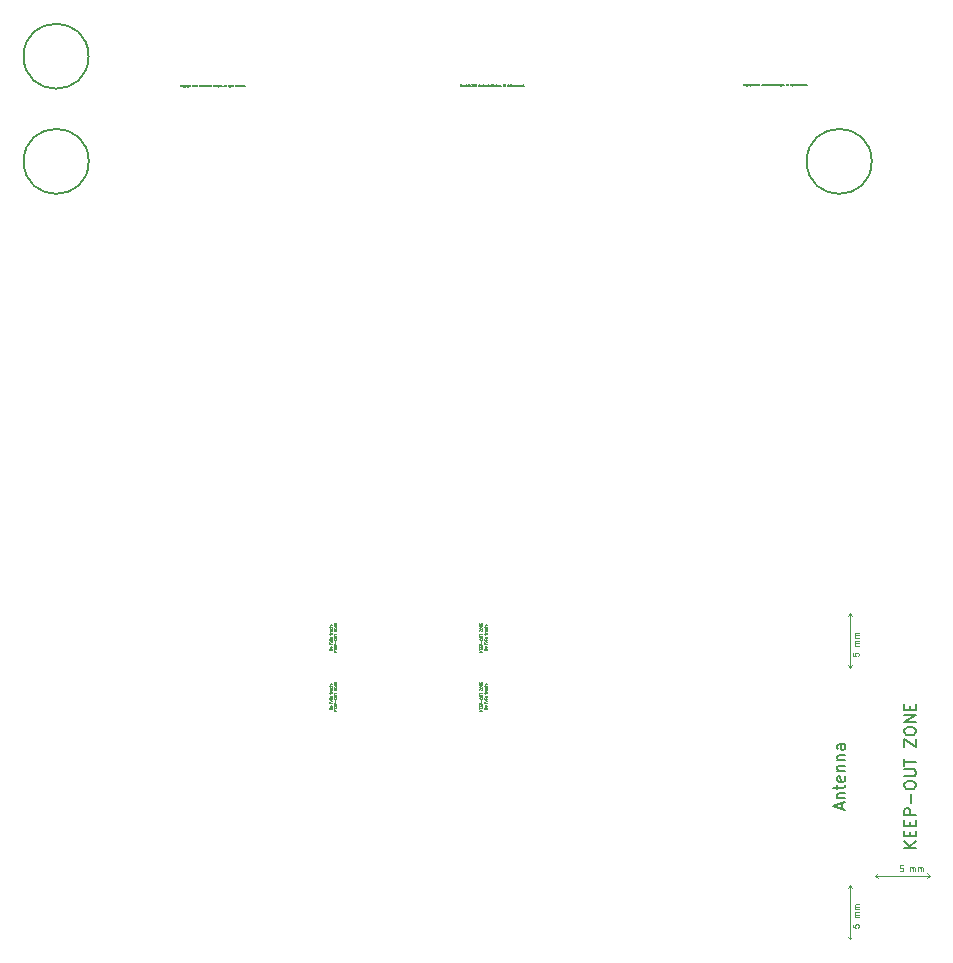
<source format=gbr>
G04 #@! TF.GenerationSoftware,KiCad,Pcbnew,(6.0.4)*
G04 #@! TF.CreationDate,2022-06-04T02:19:53+02:00*
G04 #@! TF.ProjectId,hamodule,68616d6f-6475-46c6-952e-6b696361645f,rev?*
G04 #@! TF.SameCoordinates,Original*
G04 #@! TF.FileFunction,Other,Comment*
%FSLAX46Y46*%
G04 Gerber Fmt 4.6, Leading zero omitted, Abs format (unit mm)*
G04 Created by KiCad (PCBNEW (6.0.4)) date 2022-06-04 02:19:53*
%MOMM*%
%LPD*%
G01*
G04 APERTURE LIST*
%ADD10C,0.002000*%
%ADD11C,0.030000*%
%ADD12C,0.100000*%
%ADD13C,0.150000*%
G04 APERTURE END LIST*
D10*
X166500666Y-78998857D02*
X166494619Y-79004904D01*
X166476476Y-79010952D01*
X166464380Y-79010952D01*
X166446238Y-79004904D01*
X166434142Y-78992809D01*
X166428095Y-78980714D01*
X166422047Y-78956523D01*
X166422047Y-78938380D01*
X166428095Y-78914190D01*
X166434142Y-78902095D01*
X166446238Y-78890000D01*
X166464380Y-78883952D01*
X166476476Y-78883952D01*
X166494619Y-78890000D01*
X166500666Y-78896047D01*
X166573238Y-79010952D02*
X166561142Y-79004904D01*
X166555095Y-78998857D01*
X166549047Y-78986761D01*
X166549047Y-78950476D01*
X166555095Y-78938380D01*
X166561142Y-78932333D01*
X166573238Y-78926285D01*
X166591380Y-78926285D01*
X166603476Y-78932333D01*
X166609523Y-78938380D01*
X166615571Y-78950476D01*
X166615571Y-78986761D01*
X166609523Y-78998857D01*
X166603476Y-79004904D01*
X166591380Y-79010952D01*
X166573238Y-79010952D01*
X166670000Y-78926285D02*
X166670000Y-79053285D01*
X166670000Y-78932333D02*
X166682095Y-78926285D01*
X166706285Y-78926285D01*
X166718380Y-78932333D01*
X166724428Y-78938380D01*
X166730476Y-78950476D01*
X166730476Y-78986761D01*
X166724428Y-78998857D01*
X166718380Y-79004904D01*
X166706285Y-79010952D01*
X166682095Y-79010952D01*
X166670000Y-79004904D01*
X166772809Y-78926285D02*
X166803047Y-79010952D01*
X166833285Y-78926285D02*
X166803047Y-79010952D01*
X166790952Y-79041190D01*
X166784904Y-79047238D01*
X166772809Y-79053285D01*
X166881666Y-79010952D02*
X166881666Y-78926285D01*
X166881666Y-78950476D02*
X166887714Y-78938380D01*
X166893761Y-78932333D01*
X166905857Y-78926285D01*
X166917952Y-78926285D01*
X166960285Y-79010952D02*
X166960285Y-78926285D01*
X166960285Y-78883952D02*
X166954238Y-78890000D01*
X166960285Y-78896047D01*
X166966333Y-78890000D01*
X166960285Y-78883952D01*
X166960285Y-78896047D01*
X167075190Y-78926285D02*
X167075190Y-79029095D01*
X167069142Y-79041190D01*
X167063095Y-79047238D01*
X167051000Y-79053285D01*
X167032857Y-79053285D01*
X167020761Y-79047238D01*
X167075190Y-79004904D02*
X167063095Y-79010952D01*
X167038904Y-79010952D01*
X167026809Y-79004904D01*
X167020761Y-78998857D01*
X167014714Y-78986761D01*
X167014714Y-78950476D01*
X167020761Y-78938380D01*
X167026809Y-78932333D01*
X167038904Y-78926285D01*
X167063095Y-78926285D01*
X167075190Y-78932333D01*
X167135666Y-79010952D02*
X167135666Y-78883952D01*
X167190095Y-79010952D02*
X167190095Y-78944428D01*
X167184047Y-78932333D01*
X167171952Y-78926285D01*
X167153809Y-78926285D01*
X167141714Y-78932333D01*
X167135666Y-78938380D01*
X167232428Y-78926285D02*
X167280809Y-78926285D01*
X167250571Y-78883952D02*
X167250571Y-78992809D01*
X167256619Y-79004904D01*
X167268714Y-79010952D01*
X167280809Y-79010952D01*
X167413857Y-78896047D02*
X167419904Y-78890000D01*
X167432000Y-78883952D01*
X167462238Y-78883952D01*
X167474333Y-78890000D01*
X167480380Y-78896047D01*
X167486428Y-78908142D01*
X167486428Y-78920238D01*
X167480380Y-78938380D01*
X167407809Y-79010952D01*
X167486428Y-79010952D01*
X167565047Y-78883952D02*
X167577142Y-78883952D01*
X167589238Y-78890000D01*
X167595285Y-78896047D01*
X167601333Y-78908142D01*
X167607380Y-78932333D01*
X167607380Y-78962571D01*
X167601333Y-78986761D01*
X167595285Y-78998857D01*
X167589238Y-79004904D01*
X167577142Y-79010952D01*
X167565047Y-79010952D01*
X167552952Y-79004904D01*
X167546904Y-78998857D01*
X167540857Y-78986761D01*
X167534809Y-78962571D01*
X167534809Y-78932333D01*
X167540857Y-78908142D01*
X167546904Y-78896047D01*
X167552952Y-78890000D01*
X167565047Y-78883952D01*
X167655761Y-78896047D02*
X167661809Y-78890000D01*
X167673904Y-78883952D01*
X167704142Y-78883952D01*
X167716238Y-78890000D01*
X167722285Y-78896047D01*
X167728333Y-78908142D01*
X167728333Y-78920238D01*
X167722285Y-78938380D01*
X167649714Y-79010952D01*
X167728333Y-79010952D01*
X167849285Y-79010952D02*
X167776714Y-79010952D01*
X167813000Y-79010952D02*
X167813000Y-78883952D01*
X167800904Y-78902095D01*
X167788809Y-78914190D01*
X167776714Y-78920238D01*
X167994428Y-78974666D02*
X168054904Y-78974666D01*
X167982333Y-79010952D02*
X168024666Y-78883952D01*
X168067000Y-79010952D01*
X168163761Y-79004904D02*
X168151666Y-79010952D01*
X168127476Y-79010952D01*
X168115380Y-79004904D01*
X168109333Y-78998857D01*
X168103285Y-78986761D01*
X168103285Y-78950476D01*
X168109333Y-78938380D01*
X168115380Y-78932333D01*
X168127476Y-78926285D01*
X168151666Y-78926285D01*
X168163761Y-78932333D01*
X168272619Y-79004904D02*
X168260523Y-79010952D01*
X168236333Y-79010952D01*
X168224238Y-79004904D01*
X168218190Y-78998857D01*
X168212142Y-78986761D01*
X168212142Y-78950476D01*
X168218190Y-78938380D01*
X168224238Y-78932333D01*
X168236333Y-78926285D01*
X168260523Y-78926285D01*
X168272619Y-78932333D01*
X168375428Y-79004904D02*
X168363333Y-79010952D01*
X168339142Y-79010952D01*
X168327047Y-79004904D01*
X168321000Y-78992809D01*
X168321000Y-78944428D01*
X168327047Y-78932333D01*
X168339142Y-78926285D01*
X168363333Y-78926285D01*
X168375428Y-78932333D01*
X168381476Y-78944428D01*
X168381476Y-78956523D01*
X168321000Y-78968619D01*
X168454047Y-79010952D02*
X168441952Y-79004904D01*
X168435904Y-78992809D01*
X168435904Y-78883952D01*
X168550809Y-79004904D02*
X168538714Y-79010952D01*
X168514523Y-79010952D01*
X168502428Y-79004904D01*
X168496380Y-78992809D01*
X168496380Y-78944428D01*
X168502428Y-78932333D01*
X168514523Y-78926285D01*
X168538714Y-78926285D01*
X168550809Y-78932333D01*
X168556857Y-78944428D01*
X168556857Y-78956523D01*
X168496380Y-78968619D01*
X168611285Y-79010952D02*
X168611285Y-78926285D01*
X168611285Y-78950476D02*
X168617333Y-78938380D01*
X168623380Y-78932333D01*
X168635476Y-78926285D01*
X168647571Y-78926285D01*
X168744333Y-79010952D02*
X168744333Y-78944428D01*
X168738285Y-78932333D01*
X168726190Y-78926285D01*
X168702000Y-78926285D01*
X168689904Y-78932333D01*
X168744333Y-79004904D02*
X168732238Y-79010952D01*
X168702000Y-79010952D01*
X168689904Y-79004904D01*
X168683857Y-78992809D01*
X168683857Y-78980714D01*
X168689904Y-78968619D01*
X168702000Y-78962571D01*
X168732238Y-78962571D01*
X168744333Y-78956523D01*
X168786666Y-78926285D02*
X168835047Y-78926285D01*
X168804809Y-78883952D02*
X168804809Y-78992809D01*
X168810857Y-79004904D01*
X168822952Y-79010952D01*
X168835047Y-79010952D01*
X168925761Y-79004904D02*
X168913666Y-79010952D01*
X168889476Y-79010952D01*
X168877380Y-79004904D01*
X168871333Y-78992809D01*
X168871333Y-78944428D01*
X168877380Y-78932333D01*
X168889476Y-78926285D01*
X168913666Y-78926285D01*
X168925761Y-78932333D01*
X168931809Y-78944428D01*
X168931809Y-78956523D01*
X168871333Y-78968619D01*
X169040666Y-79010952D02*
X169040666Y-78883952D01*
X169040666Y-79004904D02*
X169028571Y-79010952D01*
X169004380Y-79010952D01*
X168992285Y-79004904D01*
X168986238Y-78998857D01*
X168980190Y-78986761D01*
X168980190Y-78950476D01*
X168986238Y-78938380D01*
X168992285Y-78932333D01*
X169004380Y-78926285D01*
X169028571Y-78926285D01*
X169040666Y-78932333D01*
X169197904Y-79010952D02*
X169197904Y-78883952D01*
X169228142Y-78883952D01*
X169246285Y-78890000D01*
X169258380Y-78902095D01*
X169264428Y-78914190D01*
X169270476Y-78938380D01*
X169270476Y-78956523D01*
X169264428Y-78980714D01*
X169258380Y-78992809D01*
X169246285Y-79004904D01*
X169228142Y-79010952D01*
X169197904Y-79010952D01*
X169373285Y-79004904D02*
X169361190Y-79010952D01*
X169337000Y-79010952D01*
X169324904Y-79004904D01*
X169318857Y-78992809D01*
X169318857Y-78944428D01*
X169324904Y-78932333D01*
X169337000Y-78926285D01*
X169361190Y-78926285D01*
X169373285Y-78932333D01*
X169379333Y-78944428D01*
X169379333Y-78956523D01*
X169318857Y-78968619D01*
X169427714Y-79004904D02*
X169439809Y-79010952D01*
X169464000Y-79010952D01*
X169476095Y-79004904D01*
X169482142Y-78992809D01*
X169482142Y-78986761D01*
X169476095Y-78974666D01*
X169464000Y-78968619D01*
X169445857Y-78968619D01*
X169433761Y-78962571D01*
X169427714Y-78950476D01*
X169427714Y-78944428D01*
X169433761Y-78932333D01*
X169445857Y-78926285D01*
X169464000Y-78926285D01*
X169476095Y-78932333D01*
X169536571Y-79010952D02*
X169536571Y-78926285D01*
X169536571Y-78883952D02*
X169530523Y-78890000D01*
X169536571Y-78896047D01*
X169542619Y-78890000D01*
X169536571Y-78883952D01*
X169536571Y-78896047D01*
X169651476Y-78926285D02*
X169651476Y-79029095D01*
X169645428Y-79041190D01*
X169639380Y-79047238D01*
X169627285Y-79053285D01*
X169609142Y-79053285D01*
X169597047Y-79047238D01*
X169651476Y-79004904D02*
X169639380Y-79010952D01*
X169615190Y-79010952D01*
X169603095Y-79004904D01*
X169597047Y-78998857D01*
X169591000Y-78986761D01*
X169591000Y-78950476D01*
X169597047Y-78938380D01*
X169603095Y-78932333D01*
X169615190Y-78926285D01*
X169639380Y-78926285D01*
X169651476Y-78932333D01*
X169711952Y-78926285D02*
X169711952Y-79010952D01*
X169711952Y-78938380D02*
X169718000Y-78932333D01*
X169730095Y-78926285D01*
X169748238Y-78926285D01*
X169760333Y-78932333D01*
X169766380Y-78944428D01*
X169766380Y-79010952D01*
X169820809Y-79004904D02*
X169832904Y-79010952D01*
X169857095Y-79010952D01*
X169869190Y-79004904D01*
X169875238Y-78992809D01*
X169875238Y-78986761D01*
X169869190Y-78974666D01*
X169857095Y-78968619D01*
X169838952Y-78968619D01*
X169826857Y-78962571D01*
X169820809Y-78950476D01*
X169820809Y-78944428D01*
X169826857Y-78932333D01*
X169838952Y-78926285D01*
X169857095Y-78926285D01*
X169869190Y-78932333D01*
X169929666Y-78998857D02*
X169935714Y-79004904D01*
X169929666Y-79010952D01*
X169923619Y-79004904D01*
X169929666Y-78998857D01*
X169929666Y-79010952D01*
X170080857Y-78974666D02*
X170141333Y-78974666D01*
X170068761Y-79010952D02*
X170111095Y-78883952D01*
X170153428Y-79010952D01*
X170213904Y-79010952D02*
X170201809Y-79004904D01*
X170195761Y-78992809D01*
X170195761Y-78883952D01*
X170280428Y-79010952D02*
X170268333Y-79004904D01*
X170262285Y-78992809D01*
X170262285Y-78883952D01*
X170425571Y-79010952D02*
X170425571Y-78926285D01*
X170425571Y-78950476D02*
X170431619Y-78938380D01*
X170437666Y-78932333D01*
X170449761Y-78926285D01*
X170461857Y-78926285D01*
X170504190Y-79010952D02*
X170504190Y-78926285D01*
X170504190Y-78883952D02*
X170498142Y-78890000D01*
X170504190Y-78896047D01*
X170510238Y-78890000D01*
X170504190Y-78883952D01*
X170504190Y-78896047D01*
X170619095Y-78926285D02*
X170619095Y-79029095D01*
X170613047Y-79041190D01*
X170607000Y-79047238D01*
X170594904Y-79053285D01*
X170576761Y-79053285D01*
X170564666Y-79047238D01*
X170619095Y-79004904D02*
X170607000Y-79010952D01*
X170582809Y-79010952D01*
X170570714Y-79004904D01*
X170564666Y-78998857D01*
X170558619Y-78986761D01*
X170558619Y-78950476D01*
X170564666Y-78938380D01*
X170570714Y-78932333D01*
X170582809Y-78926285D01*
X170607000Y-78926285D01*
X170619095Y-78932333D01*
X170679571Y-79010952D02*
X170679571Y-78883952D01*
X170734000Y-79010952D02*
X170734000Y-78944428D01*
X170727952Y-78932333D01*
X170715857Y-78926285D01*
X170697714Y-78926285D01*
X170685619Y-78932333D01*
X170679571Y-78938380D01*
X170776333Y-78926285D02*
X170824714Y-78926285D01*
X170794476Y-78883952D02*
X170794476Y-78992809D01*
X170800523Y-79004904D01*
X170812619Y-79010952D01*
X170824714Y-79010952D01*
X170861000Y-79004904D02*
X170873095Y-79010952D01*
X170897285Y-79010952D01*
X170909380Y-79004904D01*
X170915428Y-78992809D01*
X170915428Y-78986761D01*
X170909380Y-78974666D01*
X170897285Y-78968619D01*
X170879142Y-78968619D01*
X170867047Y-78962571D01*
X170861000Y-78950476D01*
X170861000Y-78944428D01*
X170867047Y-78932333D01*
X170879142Y-78926285D01*
X170897285Y-78926285D01*
X170909380Y-78932333D01*
X171066619Y-79010952D02*
X171066619Y-78926285D01*
X171066619Y-78950476D02*
X171072666Y-78938380D01*
X171078714Y-78932333D01*
X171090809Y-78926285D01*
X171102904Y-78926285D01*
X171193619Y-79004904D02*
X171181523Y-79010952D01*
X171157333Y-79010952D01*
X171145238Y-79004904D01*
X171139190Y-78992809D01*
X171139190Y-78944428D01*
X171145238Y-78932333D01*
X171157333Y-78926285D01*
X171181523Y-78926285D01*
X171193619Y-78932333D01*
X171199666Y-78944428D01*
X171199666Y-78956523D01*
X171139190Y-78968619D01*
X171248047Y-79004904D02*
X171260142Y-79010952D01*
X171284333Y-79010952D01*
X171296428Y-79004904D01*
X171302476Y-78992809D01*
X171302476Y-78986761D01*
X171296428Y-78974666D01*
X171284333Y-78968619D01*
X171266190Y-78968619D01*
X171254095Y-78962571D01*
X171248047Y-78950476D01*
X171248047Y-78944428D01*
X171254095Y-78932333D01*
X171266190Y-78926285D01*
X171284333Y-78926285D01*
X171296428Y-78932333D01*
X171405285Y-79004904D02*
X171393190Y-79010952D01*
X171369000Y-79010952D01*
X171356904Y-79004904D01*
X171350857Y-78992809D01*
X171350857Y-78944428D01*
X171356904Y-78932333D01*
X171369000Y-78926285D01*
X171393190Y-78926285D01*
X171405285Y-78932333D01*
X171411333Y-78944428D01*
X171411333Y-78956523D01*
X171350857Y-78968619D01*
X171465761Y-79010952D02*
X171465761Y-78926285D01*
X171465761Y-78950476D02*
X171471809Y-78938380D01*
X171477857Y-78932333D01*
X171489952Y-78926285D01*
X171502047Y-78926285D01*
X171532285Y-78926285D02*
X171562523Y-79010952D01*
X171592761Y-78926285D01*
X171689523Y-79004904D02*
X171677428Y-79010952D01*
X171653238Y-79010952D01*
X171641142Y-79004904D01*
X171635095Y-78992809D01*
X171635095Y-78944428D01*
X171641142Y-78932333D01*
X171653238Y-78926285D01*
X171677428Y-78926285D01*
X171689523Y-78932333D01*
X171695571Y-78944428D01*
X171695571Y-78956523D01*
X171635095Y-78968619D01*
X171804428Y-79010952D02*
X171804428Y-78883952D01*
X171804428Y-79004904D02*
X171792333Y-79010952D01*
X171768142Y-79010952D01*
X171756047Y-79004904D01*
X171750000Y-78998857D01*
X171743952Y-78986761D01*
X171743952Y-78950476D01*
X171750000Y-78938380D01*
X171756047Y-78932333D01*
X171768142Y-78926285D01*
X171792333Y-78926285D01*
X171804428Y-78932333D01*
X171864904Y-78998857D02*
X171870952Y-79004904D01*
X171864904Y-79010952D01*
X171858857Y-79004904D01*
X171864904Y-78998857D01*
X171864904Y-79010952D01*
X142854266Y-79022456D02*
X142848219Y-79028503D01*
X142830076Y-79034551D01*
X142817980Y-79034551D01*
X142799838Y-79028503D01*
X142787742Y-79016408D01*
X142781695Y-79004313D01*
X142775647Y-78980122D01*
X142775647Y-78961979D01*
X142781695Y-78937789D01*
X142787742Y-78925694D01*
X142799838Y-78913599D01*
X142817980Y-78907551D01*
X142830076Y-78907551D01*
X142848219Y-78913599D01*
X142854266Y-78919646D01*
X142926838Y-79034551D02*
X142914742Y-79028503D01*
X142908695Y-79022456D01*
X142902647Y-79010360D01*
X142902647Y-78974075D01*
X142908695Y-78961979D01*
X142914742Y-78955932D01*
X142926838Y-78949884D01*
X142944980Y-78949884D01*
X142957076Y-78955932D01*
X142963123Y-78961979D01*
X142969171Y-78974075D01*
X142969171Y-79010360D01*
X142963123Y-79022456D01*
X142957076Y-79028503D01*
X142944980Y-79034551D01*
X142926838Y-79034551D01*
X143023600Y-78949884D02*
X143023600Y-79076884D01*
X143023600Y-78955932D02*
X143035695Y-78949884D01*
X143059885Y-78949884D01*
X143071980Y-78955932D01*
X143078028Y-78961979D01*
X143084076Y-78974075D01*
X143084076Y-79010360D01*
X143078028Y-79022456D01*
X143071980Y-79028503D01*
X143059885Y-79034551D01*
X143035695Y-79034551D01*
X143023600Y-79028503D01*
X143126409Y-78949884D02*
X143156647Y-79034551D01*
X143186885Y-78949884D02*
X143156647Y-79034551D01*
X143144552Y-79064789D01*
X143138504Y-79070837D01*
X143126409Y-79076884D01*
X143235266Y-79034551D02*
X143235266Y-78949884D01*
X143235266Y-78974075D02*
X143241314Y-78961979D01*
X143247361Y-78955932D01*
X143259457Y-78949884D01*
X143271552Y-78949884D01*
X143313885Y-79034551D02*
X143313885Y-78949884D01*
X143313885Y-78907551D02*
X143307838Y-78913599D01*
X143313885Y-78919646D01*
X143319933Y-78913599D01*
X143313885Y-78907551D01*
X143313885Y-78919646D01*
X143428790Y-78949884D02*
X143428790Y-79052694D01*
X143422742Y-79064789D01*
X143416695Y-79070837D01*
X143404600Y-79076884D01*
X143386457Y-79076884D01*
X143374361Y-79070837D01*
X143428790Y-79028503D02*
X143416695Y-79034551D01*
X143392504Y-79034551D01*
X143380409Y-79028503D01*
X143374361Y-79022456D01*
X143368314Y-79010360D01*
X143368314Y-78974075D01*
X143374361Y-78961979D01*
X143380409Y-78955932D01*
X143392504Y-78949884D01*
X143416695Y-78949884D01*
X143428790Y-78955932D01*
X143489266Y-79034551D02*
X143489266Y-78907551D01*
X143543695Y-79034551D02*
X143543695Y-78968027D01*
X143537647Y-78955932D01*
X143525552Y-78949884D01*
X143507409Y-78949884D01*
X143495314Y-78955932D01*
X143489266Y-78961979D01*
X143586028Y-78949884D02*
X143634409Y-78949884D01*
X143604171Y-78907551D02*
X143604171Y-79016408D01*
X143610219Y-79028503D01*
X143622314Y-79034551D01*
X143634409Y-79034551D01*
X143767457Y-78919646D02*
X143773504Y-78913599D01*
X143785600Y-78907551D01*
X143815838Y-78907551D01*
X143827933Y-78913599D01*
X143833980Y-78919646D01*
X143840028Y-78931741D01*
X143840028Y-78943837D01*
X143833980Y-78961979D01*
X143761409Y-79034551D01*
X143840028Y-79034551D01*
X143918647Y-78907551D02*
X143930742Y-78907551D01*
X143942838Y-78913599D01*
X143948885Y-78919646D01*
X143954933Y-78931741D01*
X143960980Y-78955932D01*
X143960980Y-78986170D01*
X143954933Y-79010360D01*
X143948885Y-79022456D01*
X143942838Y-79028503D01*
X143930742Y-79034551D01*
X143918647Y-79034551D01*
X143906552Y-79028503D01*
X143900504Y-79022456D01*
X143894457Y-79010360D01*
X143888409Y-78986170D01*
X143888409Y-78955932D01*
X143894457Y-78931741D01*
X143900504Y-78919646D01*
X143906552Y-78913599D01*
X143918647Y-78907551D01*
X144009361Y-78919646D02*
X144015409Y-78913599D01*
X144027504Y-78907551D01*
X144057742Y-78907551D01*
X144069838Y-78913599D01*
X144075885Y-78919646D01*
X144081933Y-78931741D01*
X144081933Y-78943837D01*
X144075885Y-78961979D01*
X144003314Y-79034551D01*
X144081933Y-79034551D01*
X144202885Y-79034551D02*
X144130314Y-79034551D01*
X144166600Y-79034551D02*
X144166600Y-78907551D01*
X144154504Y-78925694D01*
X144142409Y-78937789D01*
X144130314Y-78943837D01*
X144348028Y-78998265D02*
X144408504Y-78998265D01*
X144335933Y-79034551D02*
X144378266Y-78907551D01*
X144420600Y-79034551D01*
X144517361Y-79028503D02*
X144505266Y-79034551D01*
X144481076Y-79034551D01*
X144468980Y-79028503D01*
X144462933Y-79022456D01*
X144456885Y-79010360D01*
X144456885Y-78974075D01*
X144462933Y-78961979D01*
X144468980Y-78955932D01*
X144481076Y-78949884D01*
X144505266Y-78949884D01*
X144517361Y-78955932D01*
X144626219Y-79028503D02*
X144614123Y-79034551D01*
X144589933Y-79034551D01*
X144577838Y-79028503D01*
X144571790Y-79022456D01*
X144565742Y-79010360D01*
X144565742Y-78974075D01*
X144571790Y-78961979D01*
X144577838Y-78955932D01*
X144589933Y-78949884D01*
X144614123Y-78949884D01*
X144626219Y-78955932D01*
X144729028Y-79028503D02*
X144716933Y-79034551D01*
X144692742Y-79034551D01*
X144680647Y-79028503D01*
X144674600Y-79016408D01*
X144674600Y-78968027D01*
X144680647Y-78955932D01*
X144692742Y-78949884D01*
X144716933Y-78949884D01*
X144729028Y-78955932D01*
X144735076Y-78968027D01*
X144735076Y-78980122D01*
X144674600Y-78992218D01*
X144807647Y-79034551D02*
X144795552Y-79028503D01*
X144789504Y-79016408D01*
X144789504Y-78907551D01*
X144904409Y-79028503D02*
X144892314Y-79034551D01*
X144868123Y-79034551D01*
X144856028Y-79028503D01*
X144849980Y-79016408D01*
X144849980Y-78968027D01*
X144856028Y-78955932D01*
X144868123Y-78949884D01*
X144892314Y-78949884D01*
X144904409Y-78955932D01*
X144910457Y-78968027D01*
X144910457Y-78980122D01*
X144849980Y-78992218D01*
X144964885Y-79034551D02*
X144964885Y-78949884D01*
X144964885Y-78974075D02*
X144970933Y-78961979D01*
X144976980Y-78955932D01*
X144989076Y-78949884D01*
X145001171Y-78949884D01*
X145097933Y-79034551D02*
X145097933Y-78968027D01*
X145091885Y-78955932D01*
X145079790Y-78949884D01*
X145055600Y-78949884D01*
X145043504Y-78955932D01*
X145097933Y-79028503D02*
X145085838Y-79034551D01*
X145055600Y-79034551D01*
X145043504Y-79028503D01*
X145037457Y-79016408D01*
X145037457Y-79004313D01*
X145043504Y-78992218D01*
X145055600Y-78986170D01*
X145085838Y-78986170D01*
X145097933Y-78980122D01*
X145140266Y-78949884D02*
X145188647Y-78949884D01*
X145158409Y-78907551D02*
X145158409Y-79016408D01*
X145164457Y-79028503D01*
X145176552Y-79034551D01*
X145188647Y-79034551D01*
X145279361Y-79028503D02*
X145267266Y-79034551D01*
X145243076Y-79034551D01*
X145230980Y-79028503D01*
X145224933Y-79016408D01*
X145224933Y-78968027D01*
X145230980Y-78955932D01*
X145243076Y-78949884D01*
X145267266Y-78949884D01*
X145279361Y-78955932D01*
X145285409Y-78968027D01*
X145285409Y-78980122D01*
X145224933Y-78992218D01*
X145394266Y-79034551D02*
X145394266Y-78907551D01*
X145394266Y-79028503D02*
X145382171Y-79034551D01*
X145357980Y-79034551D01*
X145345885Y-79028503D01*
X145339838Y-79022456D01*
X145333790Y-79010360D01*
X145333790Y-78974075D01*
X145339838Y-78961979D01*
X145345885Y-78955932D01*
X145357980Y-78949884D01*
X145382171Y-78949884D01*
X145394266Y-78955932D01*
X145551504Y-79034551D02*
X145551504Y-78907551D01*
X145581742Y-78907551D01*
X145599885Y-78913599D01*
X145611980Y-78925694D01*
X145618028Y-78937789D01*
X145624076Y-78961979D01*
X145624076Y-78980122D01*
X145618028Y-79004313D01*
X145611980Y-79016408D01*
X145599885Y-79028503D01*
X145581742Y-79034551D01*
X145551504Y-79034551D01*
X145726885Y-79028503D02*
X145714790Y-79034551D01*
X145690600Y-79034551D01*
X145678504Y-79028503D01*
X145672457Y-79016408D01*
X145672457Y-78968027D01*
X145678504Y-78955932D01*
X145690600Y-78949884D01*
X145714790Y-78949884D01*
X145726885Y-78955932D01*
X145732933Y-78968027D01*
X145732933Y-78980122D01*
X145672457Y-78992218D01*
X145781314Y-79028503D02*
X145793409Y-79034551D01*
X145817600Y-79034551D01*
X145829695Y-79028503D01*
X145835742Y-79016408D01*
X145835742Y-79010360D01*
X145829695Y-78998265D01*
X145817600Y-78992218D01*
X145799457Y-78992218D01*
X145787361Y-78986170D01*
X145781314Y-78974075D01*
X145781314Y-78968027D01*
X145787361Y-78955932D01*
X145799457Y-78949884D01*
X145817600Y-78949884D01*
X145829695Y-78955932D01*
X145890171Y-79034551D02*
X145890171Y-78949884D01*
X145890171Y-78907551D02*
X145884123Y-78913599D01*
X145890171Y-78919646D01*
X145896219Y-78913599D01*
X145890171Y-78907551D01*
X145890171Y-78919646D01*
X146005076Y-78949884D02*
X146005076Y-79052694D01*
X145999028Y-79064789D01*
X145992980Y-79070837D01*
X145980885Y-79076884D01*
X145962742Y-79076884D01*
X145950647Y-79070837D01*
X146005076Y-79028503D02*
X145992980Y-79034551D01*
X145968790Y-79034551D01*
X145956695Y-79028503D01*
X145950647Y-79022456D01*
X145944600Y-79010360D01*
X145944600Y-78974075D01*
X145950647Y-78961979D01*
X145956695Y-78955932D01*
X145968790Y-78949884D01*
X145992980Y-78949884D01*
X146005076Y-78955932D01*
X146065552Y-78949884D02*
X146065552Y-79034551D01*
X146065552Y-78961979D02*
X146071600Y-78955932D01*
X146083695Y-78949884D01*
X146101838Y-78949884D01*
X146113933Y-78955932D01*
X146119980Y-78968027D01*
X146119980Y-79034551D01*
X146174409Y-79028503D02*
X146186504Y-79034551D01*
X146210695Y-79034551D01*
X146222790Y-79028503D01*
X146228838Y-79016408D01*
X146228838Y-79010360D01*
X146222790Y-78998265D01*
X146210695Y-78992218D01*
X146192552Y-78992218D01*
X146180457Y-78986170D01*
X146174409Y-78974075D01*
X146174409Y-78968027D01*
X146180457Y-78955932D01*
X146192552Y-78949884D01*
X146210695Y-78949884D01*
X146222790Y-78955932D01*
X146283266Y-79022456D02*
X146289314Y-79028503D01*
X146283266Y-79034551D01*
X146277219Y-79028503D01*
X146283266Y-79022456D01*
X146283266Y-79034551D01*
X146434457Y-78998265D02*
X146494933Y-78998265D01*
X146422361Y-79034551D02*
X146464695Y-78907551D01*
X146507028Y-79034551D01*
X146567504Y-79034551D02*
X146555409Y-79028503D01*
X146549361Y-79016408D01*
X146549361Y-78907551D01*
X146634028Y-79034551D02*
X146621933Y-79028503D01*
X146615885Y-79016408D01*
X146615885Y-78907551D01*
X146779171Y-79034551D02*
X146779171Y-78949884D01*
X146779171Y-78974075D02*
X146785219Y-78961979D01*
X146791266Y-78955932D01*
X146803361Y-78949884D01*
X146815457Y-78949884D01*
X146857790Y-79034551D02*
X146857790Y-78949884D01*
X146857790Y-78907551D02*
X146851742Y-78913599D01*
X146857790Y-78919646D01*
X146863838Y-78913599D01*
X146857790Y-78907551D01*
X146857790Y-78919646D01*
X146972695Y-78949884D02*
X146972695Y-79052694D01*
X146966647Y-79064789D01*
X146960600Y-79070837D01*
X146948504Y-79076884D01*
X146930361Y-79076884D01*
X146918266Y-79070837D01*
X146972695Y-79028503D02*
X146960600Y-79034551D01*
X146936409Y-79034551D01*
X146924314Y-79028503D01*
X146918266Y-79022456D01*
X146912219Y-79010360D01*
X146912219Y-78974075D01*
X146918266Y-78961979D01*
X146924314Y-78955932D01*
X146936409Y-78949884D01*
X146960600Y-78949884D01*
X146972695Y-78955932D01*
X147033171Y-79034551D02*
X147033171Y-78907551D01*
X147087600Y-79034551D02*
X147087600Y-78968027D01*
X147081552Y-78955932D01*
X147069457Y-78949884D01*
X147051314Y-78949884D01*
X147039219Y-78955932D01*
X147033171Y-78961979D01*
X147129933Y-78949884D02*
X147178314Y-78949884D01*
X147148076Y-78907551D02*
X147148076Y-79016408D01*
X147154123Y-79028503D01*
X147166219Y-79034551D01*
X147178314Y-79034551D01*
X147214600Y-79028503D02*
X147226695Y-79034551D01*
X147250885Y-79034551D01*
X147262980Y-79028503D01*
X147269028Y-79016408D01*
X147269028Y-79010360D01*
X147262980Y-78998265D01*
X147250885Y-78992218D01*
X147232742Y-78992218D01*
X147220647Y-78986170D01*
X147214600Y-78974075D01*
X147214600Y-78968027D01*
X147220647Y-78955932D01*
X147232742Y-78949884D01*
X147250885Y-78949884D01*
X147262980Y-78955932D01*
X147420219Y-79034551D02*
X147420219Y-78949884D01*
X147420219Y-78974075D02*
X147426266Y-78961979D01*
X147432314Y-78955932D01*
X147444409Y-78949884D01*
X147456504Y-78949884D01*
X147547219Y-79028503D02*
X147535123Y-79034551D01*
X147510933Y-79034551D01*
X147498838Y-79028503D01*
X147492790Y-79016408D01*
X147492790Y-78968027D01*
X147498838Y-78955932D01*
X147510933Y-78949884D01*
X147535123Y-78949884D01*
X147547219Y-78955932D01*
X147553266Y-78968027D01*
X147553266Y-78980122D01*
X147492790Y-78992218D01*
X147601647Y-79028503D02*
X147613742Y-79034551D01*
X147637933Y-79034551D01*
X147650028Y-79028503D01*
X147656076Y-79016408D01*
X147656076Y-79010360D01*
X147650028Y-78998265D01*
X147637933Y-78992218D01*
X147619790Y-78992218D01*
X147607695Y-78986170D01*
X147601647Y-78974075D01*
X147601647Y-78968027D01*
X147607695Y-78955932D01*
X147619790Y-78949884D01*
X147637933Y-78949884D01*
X147650028Y-78955932D01*
X147758885Y-79028503D02*
X147746790Y-79034551D01*
X147722600Y-79034551D01*
X147710504Y-79028503D01*
X147704457Y-79016408D01*
X147704457Y-78968027D01*
X147710504Y-78955932D01*
X147722600Y-78949884D01*
X147746790Y-78949884D01*
X147758885Y-78955932D01*
X147764933Y-78968027D01*
X147764933Y-78980122D01*
X147704457Y-78992218D01*
X147819361Y-79034551D02*
X147819361Y-78949884D01*
X147819361Y-78974075D02*
X147825409Y-78961979D01*
X147831457Y-78955932D01*
X147843552Y-78949884D01*
X147855647Y-78949884D01*
X147885885Y-78949884D02*
X147916123Y-79034551D01*
X147946361Y-78949884D01*
X148043123Y-79028503D02*
X148031028Y-79034551D01*
X148006838Y-79034551D01*
X147994742Y-79028503D01*
X147988695Y-79016408D01*
X147988695Y-78968027D01*
X147994742Y-78955932D01*
X148006838Y-78949884D01*
X148031028Y-78949884D01*
X148043123Y-78955932D01*
X148049171Y-78968027D01*
X148049171Y-78980122D01*
X147988695Y-78992218D01*
X148158028Y-79034551D02*
X148158028Y-78907551D01*
X148158028Y-79028503D02*
X148145933Y-79034551D01*
X148121742Y-79034551D01*
X148109647Y-79028503D01*
X148103600Y-79022456D01*
X148097552Y-79010360D01*
X148097552Y-78974075D01*
X148103600Y-78961979D01*
X148109647Y-78955932D01*
X148121742Y-78949884D01*
X148145933Y-78949884D01*
X148158028Y-78955932D01*
X148218504Y-79022456D02*
X148224552Y-79028503D01*
X148218504Y-79034551D01*
X148212457Y-79028503D01*
X148218504Y-79022456D01*
X148218504Y-79034551D01*
X190460666Y-78958856D02*
X190454619Y-78964903D01*
X190436476Y-78970951D01*
X190424380Y-78970951D01*
X190406238Y-78964903D01*
X190394142Y-78952808D01*
X190388095Y-78940713D01*
X190382047Y-78916522D01*
X190382047Y-78898379D01*
X190388095Y-78874189D01*
X190394142Y-78862094D01*
X190406238Y-78849999D01*
X190424380Y-78843951D01*
X190436476Y-78843951D01*
X190454619Y-78849999D01*
X190460666Y-78856046D01*
X190533238Y-78970951D02*
X190521142Y-78964903D01*
X190515095Y-78958856D01*
X190509047Y-78946760D01*
X190509047Y-78910475D01*
X190515095Y-78898379D01*
X190521142Y-78892332D01*
X190533238Y-78886284D01*
X190551380Y-78886284D01*
X190563476Y-78892332D01*
X190569523Y-78898379D01*
X190575571Y-78910475D01*
X190575571Y-78946760D01*
X190569523Y-78958856D01*
X190563476Y-78964903D01*
X190551380Y-78970951D01*
X190533238Y-78970951D01*
X190630000Y-78886284D02*
X190630000Y-79013284D01*
X190630000Y-78892332D02*
X190642095Y-78886284D01*
X190666285Y-78886284D01*
X190678380Y-78892332D01*
X190684428Y-78898379D01*
X190690476Y-78910475D01*
X190690476Y-78946760D01*
X190684428Y-78958856D01*
X190678380Y-78964903D01*
X190666285Y-78970951D01*
X190642095Y-78970951D01*
X190630000Y-78964903D01*
X190732809Y-78886284D02*
X190763047Y-78970951D01*
X190793285Y-78886284D02*
X190763047Y-78970951D01*
X190750952Y-79001189D01*
X190744904Y-79007237D01*
X190732809Y-79013284D01*
X190841666Y-78970951D02*
X190841666Y-78886284D01*
X190841666Y-78910475D02*
X190847714Y-78898379D01*
X190853761Y-78892332D01*
X190865857Y-78886284D01*
X190877952Y-78886284D01*
X190920285Y-78970951D02*
X190920285Y-78886284D01*
X190920285Y-78843951D02*
X190914238Y-78849999D01*
X190920285Y-78856046D01*
X190926333Y-78849999D01*
X190920285Y-78843951D01*
X190920285Y-78856046D01*
X191035190Y-78886284D02*
X191035190Y-78989094D01*
X191029142Y-79001189D01*
X191023095Y-79007237D01*
X191011000Y-79013284D01*
X190992857Y-79013284D01*
X190980761Y-79007237D01*
X191035190Y-78964903D02*
X191023095Y-78970951D01*
X190998904Y-78970951D01*
X190986809Y-78964903D01*
X190980761Y-78958856D01*
X190974714Y-78946760D01*
X190974714Y-78910475D01*
X190980761Y-78898379D01*
X190986809Y-78892332D01*
X190998904Y-78886284D01*
X191023095Y-78886284D01*
X191035190Y-78892332D01*
X191095666Y-78970951D02*
X191095666Y-78843951D01*
X191150095Y-78970951D02*
X191150095Y-78904427D01*
X191144047Y-78892332D01*
X191131952Y-78886284D01*
X191113809Y-78886284D01*
X191101714Y-78892332D01*
X191095666Y-78898379D01*
X191192428Y-78886284D02*
X191240809Y-78886284D01*
X191210571Y-78843951D02*
X191210571Y-78952808D01*
X191216619Y-78964903D01*
X191228714Y-78970951D01*
X191240809Y-78970951D01*
X191373857Y-78856046D02*
X191379904Y-78849999D01*
X191392000Y-78843951D01*
X191422238Y-78843951D01*
X191434333Y-78849999D01*
X191440380Y-78856046D01*
X191446428Y-78868141D01*
X191446428Y-78880237D01*
X191440380Y-78898379D01*
X191367809Y-78970951D01*
X191446428Y-78970951D01*
X191525047Y-78843951D02*
X191537142Y-78843951D01*
X191549238Y-78849999D01*
X191555285Y-78856046D01*
X191561333Y-78868141D01*
X191567380Y-78892332D01*
X191567380Y-78922570D01*
X191561333Y-78946760D01*
X191555285Y-78958856D01*
X191549238Y-78964903D01*
X191537142Y-78970951D01*
X191525047Y-78970951D01*
X191512952Y-78964903D01*
X191506904Y-78958856D01*
X191500857Y-78946760D01*
X191494809Y-78922570D01*
X191494809Y-78892332D01*
X191500857Y-78868141D01*
X191506904Y-78856046D01*
X191512952Y-78849999D01*
X191525047Y-78843951D01*
X191615761Y-78856046D02*
X191621809Y-78849999D01*
X191633904Y-78843951D01*
X191664142Y-78843951D01*
X191676238Y-78849999D01*
X191682285Y-78856046D01*
X191688333Y-78868141D01*
X191688333Y-78880237D01*
X191682285Y-78898379D01*
X191609714Y-78970951D01*
X191688333Y-78970951D01*
X191809285Y-78970951D02*
X191736714Y-78970951D01*
X191773000Y-78970951D02*
X191773000Y-78843951D01*
X191760904Y-78862094D01*
X191748809Y-78874189D01*
X191736714Y-78880237D01*
X191954428Y-78934665D02*
X192014904Y-78934665D01*
X191942333Y-78970951D02*
X191984666Y-78843951D01*
X192027000Y-78970951D01*
X192123761Y-78964903D02*
X192111666Y-78970951D01*
X192087476Y-78970951D01*
X192075380Y-78964903D01*
X192069333Y-78958856D01*
X192063285Y-78946760D01*
X192063285Y-78910475D01*
X192069333Y-78898379D01*
X192075380Y-78892332D01*
X192087476Y-78886284D01*
X192111666Y-78886284D01*
X192123761Y-78892332D01*
X192232619Y-78964903D02*
X192220523Y-78970951D01*
X192196333Y-78970951D01*
X192184238Y-78964903D01*
X192178190Y-78958856D01*
X192172142Y-78946760D01*
X192172142Y-78910475D01*
X192178190Y-78898379D01*
X192184238Y-78892332D01*
X192196333Y-78886284D01*
X192220523Y-78886284D01*
X192232619Y-78892332D01*
X192335428Y-78964903D02*
X192323333Y-78970951D01*
X192299142Y-78970951D01*
X192287047Y-78964903D01*
X192281000Y-78952808D01*
X192281000Y-78904427D01*
X192287047Y-78892332D01*
X192299142Y-78886284D01*
X192323333Y-78886284D01*
X192335428Y-78892332D01*
X192341476Y-78904427D01*
X192341476Y-78916522D01*
X192281000Y-78928618D01*
X192414047Y-78970951D02*
X192401952Y-78964903D01*
X192395904Y-78952808D01*
X192395904Y-78843951D01*
X192510809Y-78964903D02*
X192498714Y-78970951D01*
X192474523Y-78970951D01*
X192462428Y-78964903D01*
X192456380Y-78952808D01*
X192456380Y-78904427D01*
X192462428Y-78892332D01*
X192474523Y-78886284D01*
X192498714Y-78886284D01*
X192510809Y-78892332D01*
X192516857Y-78904427D01*
X192516857Y-78916522D01*
X192456380Y-78928618D01*
X192571285Y-78970951D02*
X192571285Y-78886284D01*
X192571285Y-78910475D02*
X192577333Y-78898379D01*
X192583380Y-78892332D01*
X192595476Y-78886284D01*
X192607571Y-78886284D01*
X192704333Y-78970951D02*
X192704333Y-78904427D01*
X192698285Y-78892332D01*
X192686190Y-78886284D01*
X192662000Y-78886284D01*
X192649904Y-78892332D01*
X192704333Y-78964903D02*
X192692238Y-78970951D01*
X192662000Y-78970951D01*
X192649904Y-78964903D01*
X192643857Y-78952808D01*
X192643857Y-78940713D01*
X192649904Y-78928618D01*
X192662000Y-78922570D01*
X192692238Y-78922570D01*
X192704333Y-78916522D01*
X192746666Y-78886284D02*
X192795047Y-78886284D01*
X192764809Y-78843951D02*
X192764809Y-78952808D01*
X192770857Y-78964903D01*
X192782952Y-78970951D01*
X192795047Y-78970951D01*
X192885761Y-78964903D02*
X192873666Y-78970951D01*
X192849476Y-78970951D01*
X192837380Y-78964903D01*
X192831333Y-78952808D01*
X192831333Y-78904427D01*
X192837380Y-78892332D01*
X192849476Y-78886284D01*
X192873666Y-78886284D01*
X192885761Y-78892332D01*
X192891809Y-78904427D01*
X192891809Y-78916522D01*
X192831333Y-78928618D01*
X193000666Y-78970951D02*
X193000666Y-78843951D01*
X193000666Y-78964903D02*
X192988571Y-78970951D01*
X192964380Y-78970951D01*
X192952285Y-78964903D01*
X192946238Y-78958856D01*
X192940190Y-78946760D01*
X192940190Y-78910475D01*
X192946238Y-78898379D01*
X192952285Y-78892332D01*
X192964380Y-78886284D01*
X192988571Y-78886284D01*
X193000666Y-78892332D01*
X193157904Y-78970951D02*
X193157904Y-78843951D01*
X193188142Y-78843951D01*
X193206285Y-78849999D01*
X193218380Y-78862094D01*
X193224428Y-78874189D01*
X193230476Y-78898379D01*
X193230476Y-78916522D01*
X193224428Y-78940713D01*
X193218380Y-78952808D01*
X193206285Y-78964903D01*
X193188142Y-78970951D01*
X193157904Y-78970951D01*
X193333285Y-78964903D02*
X193321190Y-78970951D01*
X193297000Y-78970951D01*
X193284904Y-78964903D01*
X193278857Y-78952808D01*
X193278857Y-78904427D01*
X193284904Y-78892332D01*
X193297000Y-78886284D01*
X193321190Y-78886284D01*
X193333285Y-78892332D01*
X193339333Y-78904427D01*
X193339333Y-78916522D01*
X193278857Y-78928618D01*
X193387714Y-78964903D02*
X193399809Y-78970951D01*
X193424000Y-78970951D01*
X193436095Y-78964903D01*
X193442142Y-78952808D01*
X193442142Y-78946760D01*
X193436095Y-78934665D01*
X193424000Y-78928618D01*
X193405857Y-78928618D01*
X193393761Y-78922570D01*
X193387714Y-78910475D01*
X193387714Y-78904427D01*
X193393761Y-78892332D01*
X193405857Y-78886284D01*
X193424000Y-78886284D01*
X193436095Y-78892332D01*
X193496571Y-78970951D02*
X193496571Y-78886284D01*
X193496571Y-78843951D02*
X193490523Y-78849999D01*
X193496571Y-78856046D01*
X193502619Y-78849999D01*
X193496571Y-78843951D01*
X193496571Y-78856046D01*
X193611476Y-78886284D02*
X193611476Y-78989094D01*
X193605428Y-79001189D01*
X193599380Y-79007237D01*
X193587285Y-79013284D01*
X193569142Y-79013284D01*
X193557047Y-79007237D01*
X193611476Y-78964903D02*
X193599380Y-78970951D01*
X193575190Y-78970951D01*
X193563095Y-78964903D01*
X193557047Y-78958856D01*
X193551000Y-78946760D01*
X193551000Y-78910475D01*
X193557047Y-78898379D01*
X193563095Y-78892332D01*
X193575190Y-78886284D01*
X193599380Y-78886284D01*
X193611476Y-78892332D01*
X193671952Y-78886284D02*
X193671952Y-78970951D01*
X193671952Y-78898379D02*
X193678000Y-78892332D01*
X193690095Y-78886284D01*
X193708238Y-78886284D01*
X193720333Y-78892332D01*
X193726380Y-78904427D01*
X193726380Y-78970951D01*
X193780809Y-78964903D02*
X193792904Y-78970951D01*
X193817095Y-78970951D01*
X193829190Y-78964903D01*
X193835238Y-78952808D01*
X193835238Y-78946760D01*
X193829190Y-78934665D01*
X193817095Y-78928618D01*
X193798952Y-78928618D01*
X193786857Y-78922570D01*
X193780809Y-78910475D01*
X193780809Y-78904427D01*
X193786857Y-78892332D01*
X193798952Y-78886284D01*
X193817095Y-78886284D01*
X193829190Y-78892332D01*
X193889666Y-78958856D02*
X193895714Y-78964903D01*
X193889666Y-78970951D01*
X193883619Y-78964903D01*
X193889666Y-78958856D01*
X193889666Y-78970951D01*
X194040857Y-78934665D02*
X194101333Y-78934665D01*
X194028761Y-78970951D02*
X194071095Y-78843951D01*
X194113428Y-78970951D01*
X194173904Y-78970951D02*
X194161809Y-78964903D01*
X194155761Y-78952808D01*
X194155761Y-78843951D01*
X194240428Y-78970951D02*
X194228333Y-78964903D01*
X194222285Y-78952808D01*
X194222285Y-78843951D01*
X194385571Y-78970951D02*
X194385571Y-78886284D01*
X194385571Y-78910475D02*
X194391619Y-78898379D01*
X194397666Y-78892332D01*
X194409761Y-78886284D01*
X194421857Y-78886284D01*
X194464190Y-78970951D02*
X194464190Y-78886284D01*
X194464190Y-78843951D02*
X194458142Y-78849999D01*
X194464190Y-78856046D01*
X194470238Y-78849999D01*
X194464190Y-78843951D01*
X194464190Y-78856046D01*
X194579095Y-78886284D02*
X194579095Y-78989094D01*
X194573047Y-79001189D01*
X194567000Y-79007237D01*
X194554904Y-79013284D01*
X194536761Y-79013284D01*
X194524666Y-79007237D01*
X194579095Y-78964903D02*
X194567000Y-78970951D01*
X194542809Y-78970951D01*
X194530714Y-78964903D01*
X194524666Y-78958856D01*
X194518619Y-78946760D01*
X194518619Y-78910475D01*
X194524666Y-78898379D01*
X194530714Y-78892332D01*
X194542809Y-78886284D01*
X194567000Y-78886284D01*
X194579095Y-78892332D01*
X194639571Y-78970951D02*
X194639571Y-78843951D01*
X194694000Y-78970951D02*
X194694000Y-78904427D01*
X194687952Y-78892332D01*
X194675857Y-78886284D01*
X194657714Y-78886284D01*
X194645619Y-78892332D01*
X194639571Y-78898379D01*
X194736333Y-78886284D02*
X194784714Y-78886284D01*
X194754476Y-78843951D02*
X194754476Y-78952808D01*
X194760523Y-78964903D01*
X194772619Y-78970951D01*
X194784714Y-78970951D01*
X194821000Y-78964903D02*
X194833095Y-78970951D01*
X194857285Y-78970951D01*
X194869380Y-78964903D01*
X194875428Y-78952808D01*
X194875428Y-78946760D01*
X194869380Y-78934665D01*
X194857285Y-78928618D01*
X194839142Y-78928618D01*
X194827047Y-78922570D01*
X194821000Y-78910475D01*
X194821000Y-78904427D01*
X194827047Y-78892332D01*
X194839142Y-78886284D01*
X194857285Y-78886284D01*
X194869380Y-78892332D01*
X195026619Y-78970951D02*
X195026619Y-78886284D01*
X195026619Y-78910475D02*
X195032666Y-78898379D01*
X195038714Y-78892332D01*
X195050809Y-78886284D01*
X195062904Y-78886284D01*
X195153619Y-78964903D02*
X195141523Y-78970951D01*
X195117333Y-78970951D01*
X195105238Y-78964903D01*
X195099190Y-78952808D01*
X195099190Y-78904427D01*
X195105238Y-78892332D01*
X195117333Y-78886284D01*
X195141523Y-78886284D01*
X195153619Y-78892332D01*
X195159666Y-78904427D01*
X195159666Y-78916522D01*
X195099190Y-78928618D01*
X195208047Y-78964903D02*
X195220142Y-78970951D01*
X195244333Y-78970951D01*
X195256428Y-78964903D01*
X195262476Y-78952808D01*
X195262476Y-78946760D01*
X195256428Y-78934665D01*
X195244333Y-78928618D01*
X195226190Y-78928618D01*
X195214095Y-78922570D01*
X195208047Y-78910475D01*
X195208047Y-78904427D01*
X195214095Y-78892332D01*
X195226190Y-78886284D01*
X195244333Y-78886284D01*
X195256428Y-78892332D01*
X195365285Y-78964903D02*
X195353190Y-78970951D01*
X195329000Y-78970951D01*
X195316904Y-78964903D01*
X195310857Y-78952808D01*
X195310857Y-78904427D01*
X195316904Y-78892332D01*
X195329000Y-78886284D01*
X195353190Y-78886284D01*
X195365285Y-78892332D01*
X195371333Y-78904427D01*
X195371333Y-78916522D01*
X195310857Y-78928618D01*
X195425761Y-78970951D02*
X195425761Y-78886284D01*
X195425761Y-78910475D02*
X195431809Y-78898379D01*
X195437857Y-78892332D01*
X195449952Y-78886284D01*
X195462047Y-78886284D01*
X195492285Y-78886284D02*
X195522523Y-78970951D01*
X195552761Y-78886284D01*
X195649523Y-78964903D02*
X195637428Y-78970951D01*
X195613238Y-78970951D01*
X195601142Y-78964903D01*
X195595095Y-78952808D01*
X195595095Y-78904427D01*
X195601142Y-78892332D01*
X195613238Y-78886284D01*
X195637428Y-78886284D01*
X195649523Y-78892332D01*
X195655571Y-78904427D01*
X195655571Y-78916522D01*
X195595095Y-78928618D01*
X195764428Y-78970951D02*
X195764428Y-78843951D01*
X195764428Y-78964903D02*
X195752333Y-78970951D01*
X195728142Y-78970951D01*
X195716047Y-78964903D01*
X195710000Y-78958856D01*
X195703952Y-78946760D01*
X195703952Y-78910475D01*
X195710000Y-78898379D01*
X195716047Y-78892332D01*
X195728142Y-78886284D01*
X195752333Y-78886284D01*
X195764428Y-78892332D01*
X195824904Y-78958856D02*
X195830952Y-78964903D01*
X195824904Y-78970951D01*
X195818857Y-78964903D01*
X195824904Y-78958856D01*
X195824904Y-78970951D01*
D11*
X168306976Y-131914285D02*
X168106976Y-131914285D01*
X168306976Y-131800000D02*
X168192690Y-131885714D01*
X168106976Y-131800000D02*
X168221261Y-131914285D01*
X168202214Y-131714285D02*
X168202214Y-131647619D01*
X168306976Y-131619047D02*
X168306976Y-131714285D01*
X168106976Y-131714285D01*
X168106976Y-131619047D01*
X168202214Y-131533333D02*
X168202214Y-131466666D01*
X168306976Y-131438095D02*
X168306976Y-131533333D01*
X168106976Y-131533333D01*
X168106976Y-131438095D01*
X168306976Y-131352380D02*
X168106976Y-131352380D01*
X168106976Y-131276190D01*
X168116500Y-131257142D01*
X168126023Y-131247619D01*
X168145071Y-131238095D01*
X168173642Y-131238095D01*
X168192690Y-131247619D01*
X168202214Y-131257142D01*
X168211738Y-131276190D01*
X168211738Y-131352380D01*
X168230785Y-131152380D02*
X168230785Y-131000000D01*
X168106976Y-130866666D02*
X168106976Y-130828571D01*
X168116500Y-130809523D01*
X168135547Y-130790476D01*
X168173642Y-130780952D01*
X168240309Y-130780952D01*
X168278404Y-130790476D01*
X168297452Y-130809523D01*
X168306976Y-130828571D01*
X168306976Y-130866666D01*
X168297452Y-130885714D01*
X168278404Y-130904761D01*
X168240309Y-130914285D01*
X168173642Y-130914285D01*
X168135547Y-130904761D01*
X168116500Y-130885714D01*
X168106976Y-130866666D01*
X168106976Y-130695238D02*
X168268880Y-130695238D01*
X168287928Y-130685714D01*
X168297452Y-130676190D01*
X168306976Y-130657142D01*
X168306976Y-130619047D01*
X168297452Y-130600000D01*
X168287928Y-130590476D01*
X168268880Y-130580952D01*
X168106976Y-130580952D01*
X168106976Y-130514285D02*
X168106976Y-130400000D01*
X168306976Y-130457142D02*
X168106976Y-130457142D01*
X168106976Y-130200000D02*
X168106976Y-130066666D01*
X168306976Y-130200000D01*
X168306976Y-130066666D01*
X168106976Y-129952380D02*
X168106976Y-129914285D01*
X168116500Y-129895238D01*
X168135547Y-129876190D01*
X168173642Y-129866666D01*
X168240309Y-129866666D01*
X168278404Y-129876190D01*
X168297452Y-129895238D01*
X168306976Y-129914285D01*
X168306976Y-129952380D01*
X168297452Y-129971428D01*
X168278404Y-129990476D01*
X168240309Y-130000000D01*
X168173642Y-130000000D01*
X168135547Y-129990476D01*
X168116500Y-129971428D01*
X168106976Y-129952380D01*
X168306976Y-129780952D02*
X168106976Y-129780952D01*
X168306976Y-129666666D01*
X168106976Y-129666666D01*
X168202214Y-129571428D02*
X168202214Y-129504761D01*
X168306976Y-129476190D02*
X168306976Y-129571428D01*
X168106976Y-129571428D01*
X168106976Y-129476190D01*
X168706976Y-126780952D02*
X168506976Y-126780952D01*
X168706976Y-126666666D01*
X168506976Y-126666666D01*
X168706976Y-126542857D02*
X168697452Y-126561904D01*
X168687928Y-126571428D01*
X168668880Y-126580952D01*
X168611738Y-126580952D01*
X168592690Y-126571428D01*
X168583166Y-126561904D01*
X168573642Y-126542857D01*
X168573642Y-126514285D01*
X168583166Y-126495238D01*
X168592690Y-126485714D01*
X168611738Y-126476190D01*
X168668880Y-126476190D01*
X168687928Y-126485714D01*
X168697452Y-126495238D01*
X168706976Y-126514285D01*
X168706976Y-126542857D01*
X168602214Y-126171428D02*
X168602214Y-126238095D01*
X168706976Y-126238095D02*
X168506976Y-126238095D01*
X168506976Y-126142857D01*
X168687928Y-126066666D02*
X168697452Y-126057142D01*
X168706976Y-126066666D01*
X168697452Y-126076190D01*
X168687928Y-126066666D01*
X168706976Y-126066666D01*
X168687928Y-125857142D02*
X168697452Y-125866666D01*
X168706976Y-125895238D01*
X168706976Y-125914285D01*
X168697452Y-125942857D01*
X168678404Y-125961904D01*
X168659357Y-125971428D01*
X168621261Y-125980952D01*
X168592690Y-125980952D01*
X168554595Y-125971428D01*
X168535547Y-125961904D01*
X168516500Y-125942857D01*
X168506976Y-125914285D01*
X168506976Y-125895238D01*
X168516500Y-125866666D01*
X168526023Y-125857142D01*
X168573642Y-125685714D02*
X168706976Y-125685714D01*
X168573642Y-125771428D02*
X168678404Y-125771428D01*
X168697452Y-125761904D01*
X168706976Y-125742857D01*
X168706976Y-125714285D01*
X168697452Y-125695238D01*
X168687928Y-125685714D01*
X168573642Y-125466666D02*
X168573642Y-125390476D01*
X168506976Y-125438095D02*
X168678404Y-125438095D01*
X168697452Y-125428571D01*
X168706976Y-125409523D01*
X168706976Y-125390476D01*
X168706976Y-125323809D02*
X168573642Y-125323809D01*
X168611738Y-125323809D02*
X168592690Y-125314285D01*
X168583166Y-125304761D01*
X168573642Y-125285714D01*
X168573642Y-125266666D01*
X168706976Y-125114285D02*
X168602214Y-125114285D01*
X168583166Y-125123809D01*
X168573642Y-125142857D01*
X168573642Y-125180952D01*
X168583166Y-125200000D01*
X168697452Y-125114285D02*
X168706976Y-125133333D01*
X168706976Y-125180952D01*
X168697452Y-125200000D01*
X168678404Y-125209523D01*
X168659357Y-125209523D01*
X168640309Y-125200000D01*
X168630785Y-125180952D01*
X168630785Y-125133333D01*
X168621261Y-125114285D01*
X168697452Y-124933333D02*
X168706976Y-124952380D01*
X168706976Y-124990476D01*
X168697452Y-125009523D01*
X168687928Y-125019047D01*
X168668880Y-125028571D01*
X168611738Y-125028571D01*
X168592690Y-125019047D01*
X168583166Y-125009523D01*
X168573642Y-124990476D01*
X168573642Y-124952380D01*
X168583166Y-124933333D01*
X168706976Y-124847619D02*
X168506976Y-124847619D01*
X168630785Y-124828571D02*
X168706976Y-124771428D01*
X168573642Y-124771428D02*
X168649833Y-124847619D01*
X168697452Y-124695238D02*
X168706976Y-124676190D01*
X168706976Y-124638095D01*
X168697452Y-124619047D01*
X168678404Y-124609523D01*
X168668880Y-124609523D01*
X168649833Y-124619047D01*
X168640309Y-124638095D01*
X168640309Y-124666666D01*
X168630785Y-124685714D01*
X168611738Y-124695238D01*
X168602214Y-124695238D01*
X168583166Y-124685714D01*
X168573642Y-124666666D01*
X168573642Y-124638095D01*
X168583166Y-124619047D01*
X168306976Y-126914285D02*
X168106976Y-126914285D01*
X168306976Y-126800000D02*
X168192690Y-126885714D01*
X168106976Y-126800000D02*
X168221261Y-126914285D01*
X168202214Y-126714285D02*
X168202214Y-126647619D01*
X168306976Y-126619047D02*
X168306976Y-126714285D01*
X168106976Y-126714285D01*
X168106976Y-126619047D01*
X168202214Y-126533333D02*
X168202214Y-126466666D01*
X168306976Y-126438095D02*
X168306976Y-126533333D01*
X168106976Y-126533333D01*
X168106976Y-126438095D01*
X168306976Y-126352380D02*
X168106976Y-126352380D01*
X168106976Y-126276190D01*
X168116500Y-126257142D01*
X168126023Y-126247619D01*
X168145071Y-126238095D01*
X168173642Y-126238095D01*
X168192690Y-126247619D01*
X168202214Y-126257142D01*
X168211738Y-126276190D01*
X168211738Y-126352380D01*
X168230785Y-126152380D02*
X168230785Y-126000000D01*
X168106976Y-125866666D02*
X168106976Y-125828571D01*
X168116500Y-125809523D01*
X168135547Y-125790476D01*
X168173642Y-125780952D01*
X168240309Y-125780952D01*
X168278404Y-125790476D01*
X168297452Y-125809523D01*
X168306976Y-125828571D01*
X168306976Y-125866666D01*
X168297452Y-125885714D01*
X168278404Y-125904761D01*
X168240309Y-125914285D01*
X168173642Y-125914285D01*
X168135547Y-125904761D01*
X168116500Y-125885714D01*
X168106976Y-125866666D01*
X168106976Y-125695238D02*
X168268880Y-125695238D01*
X168287928Y-125685714D01*
X168297452Y-125676190D01*
X168306976Y-125657142D01*
X168306976Y-125619047D01*
X168297452Y-125600000D01*
X168287928Y-125590476D01*
X168268880Y-125580952D01*
X168106976Y-125580952D01*
X168106976Y-125514285D02*
X168106976Y-125400000D01*
X168306976Y-125457142D02*
X168106976Y-125457142D01*
X168106976Y-125200000D02*
X168106976Y-125066666D01*
X168306976Y-125200000D01*
X168306976Y-125066666D01*
X168106976Y-124952380D02*
X168106976Y-124914285D01*
X168116500Y-124895238D01*
X168135547Y-124876190D01*
X168173642Y-124866666D01*
X168240309Y-124866666D01*
X168278404Y-124876190D01*
X168297452Y-124895238D01*
X168306976Y-124914285D01*
X168306976Y-124952380D01*
X168297452Y-124971428D01*
X168278404Y-124990476D01*
X168240309Y-125000000D01*
X168173642Y-125000000D01*
X168135547Y-124990476D01*
X168116500Y-124971428D01*
X168106976Y-124952380D01*
X168306976Y-124780952D02*
X168106976Y-124780952D01*
X168306976Y-124666666D01*
X168106976Y-124666666D01*
X168202214Y-124571428D02*
X168202214Y-124504761D01*
X168306976Y-124476190D02*
X168306976Y-124571428D01*
X168106976Y-124571428D01*
X168106976Y-124476190D01*
X168706976Y-131780952D02*
X168506976Y-131780952D01*
X168706976Y-131666666D01*
X168506976Y-131666666D01*
X168706976Y-131542857D02*
X168697452Y-131561904D01*
X168687928Y-131571428D01*
X168668880Y-131580952D01*
X168611738Y-131580952D01*
X168592690Y-131571428D01*
X168583166Y-131561904D01*
X168573642Y-131542857D01*
X168573642Y-131514285D01*
X168583166Y-131495238D01*
X168592690Y-131485714D01*
X168611738Y-131476190D01*
X168668880Y-131476190D01*
X168687928Y-131485714D01*
X168697452Y-131495238D01*
X168706976Y-131514285D01*
X168706976Y-131542857D01*
X168602214Y-131171428D02*
X168602214Y-131238095D01*
X168706976Y-131238095D02*
X168506976Y-131238095D01*
X168506976Y-131142857D01*
X168687928Y-131066666D02*
X168697452Y-131057142D01*
X168706976Y-131066666D01*
X168697452Y-131076190D01*
X168687928Y-131066666D01*
X168706976Y-131066666D01*
X168687928Y-130857142D02*
X168697452Y-130866666D01*
X168706976Y-130895238D01*
X168706976Y-130914285D01*
X168697452Y-130942857D01*
X168678404Y-130961904D01*
X168659357Y-130971428D01*
X168621261Y-130980952D01*
X168592690Y-130980952D01*
X168554595Y-130971428D01*
X168535547Y-130961904D01*
X168516500Y-130942857D01*
X168506976Y-130914285D01*
X168506976Y-130895238D01*
X168516500Y-130866666D01*
X168526023Y-130857142D01*
X168573642Y-130685714D02*
X168706976Y-130685714D01*
X168573642Y-130771428D02*
X168678404Y-130771428D01*
X168697452Y-130761904D01*
X168706976Y-130742857D01*
X168706976Y-130714285D01*
X168697452Y-130695238D01*
X168687928Y-130685714D01*
X168573642Y-130466666D02*
X168573642Y-130390476D01*
X168506976Y-130438095D02*
X168678404Y-130438095D01*
X168697452Y-130428571D01*
X168706976Y-130409523D01*
X168706976Y-130390476D01*
X168706976Y-130323809D02*
X168573642Y-130323809D01*
X168611738Y-130323809D02*
X168592690Y-130314285D01*
X168583166Y-130304761D01*
X168573642Y-130285714D01*
X168573642Y-130266666D01*
X168706976Y-130114285D02*
X168602214Y-130114285D01*
X168583166Y-130123809D01*
X168573642Y-130142857D01*
X168573642Y-130180952D01*
X168583166Y-130200000D01*
X168697452Y-130114285D02*
X168706976Y-130133333D01*
X168706976Y-130180952D01*
X168697452Y-130200000D01*
X168678404Y-130209523D01*
X168659357Y-130209523D01*
X168640309Y-130200000D01*
X168630785Y-130180952D01*
X168630785Y-130133333D01*
X168621261Y-130114285D01*
X168697452Y-129933333D02*
X168706976Y-129952380D01*
X168706976Y-129990476D01*
X168697452Y-130009523D01*
X168687928Y-130019047D01*
X168668880Y-130028571D01*
X168611738Y-130028571D01*
X168592690Y-130019047D01*
X168583166Y-130009523D01*
X168573642Y-129990476D01*
X168573642Y-129952380D01*
X168583166Y-129933333D01*
X168706976Y-129847619D02*
X168506976Y-129847619D01*
X168630785Y-129828571D02*
X168706976Y-129771428D01*
X168573642Y-129771428D02*
X168649833Y-129847619D01*
X168697452Y-129695238D02*
X168706976Y-129676190D01*
X168706976Y-129638095D01*
X168697452Y-129619047D01*
X168678404Y-129609523D01*
X168668880Y-129609523D01*
X168649833Y-129619047D01*
X168640309Y-129638095D01*
X168640309Y-129666666D01*
X168630785Y-129685714D01*
X168611738Y-129695238D01*
X168602214Y-129695238D01*
X168583166Y-129685714D01*
X168573642Y-129666666D01*
X168573642Y-129638095D01*
X168583166Y-129619047D01*
X155990476Y-126914285D02*
X155790476Y-126914285D01*
X155990476Y-126800000D02*
X155876190Y-126885714D01*
X155790476Y-126800000D02*
X155904761Y-126914285D01*
X155885714Y-126714285D02*
X155885714Y-126647619D01*
X155990476Y-126619047D02*
X155990476Y-126714285D01*
X155790476Y-126714285D01*
X155790476Y-126619047D01*
X155885714Y-126533333D02*
X155885714Y-126466666D01*
X155990476Y-126438095D02*
X155990476Y-126533333D01*
X155790476Y-126533333D01*
X155790476Y-126438095D01*
X155990476Y-126352380D02*
X155790476Y-126352380D01*
X155790476Y-126276190D01*
X155800000Y-126257142D01*
X155809523Y-126247619D01*
X155828571Y-126238095D01*
X155857142Y-126238095D01*
X155876190Y-126247619D01*
X155885714Y-126257142D01*
X155895238Y-126276190D01*
X155895238Y-126352380D01*
X155914285Y-126152380D02*
X155914285Y-126000000D01*
X155790476Y-125866666D02*
X155790476Y-125828571D01*
X155800000Y-125809523D01*
X155819047Y-125790476D01*
X155857142Y-125780952D01*
X155923809Y-125780952D01*
X155961904Y-125790476D01*
X155980952Y-125809523D01*
X155990476Y-125828571D01*
X155990476Y-125866666D01*
X155980952Y-125885714D01*
X155961904Y-125904761D01*
X155923809Y-125914285D01*
X155857142Y-125914285D01*
X155819047Y-125904761D01*
X155800000Y-125885714D01*
X155790476Y-125866666D01*
X155790476Y-125695238D02*
X155952380Y-125695238D01*
X155971428Y-125685714D01*
X155980952Y-125676190D01*
X155990476Y-125657142D01*
X155990476Y-125619047D01*
X155980952Y-125600000D01*
X155971428Y-125590476D01*
X155952380Y-125580952D01*
X155790476Y-125580952D01*
X155790476Y-125514285D02*
X155790476Y-125400000D01*
X155990476Y-125457142D02*
X155790476Y-125457142D01*
X155790476Y-125200000D02*
X155790476Y-125066666D01*
X155990476Y-125200000D01*
X155990476Y-125066666D01*
X155790476Y-124952380D02*
X155790476Y-124914285D01*
X155800000Y-124895238D01*
X155819047Y-124876190D01*
X155857142Y-124866666D01*
X155923809Y-124866666D01*
X155961904Y-124876190D01*
X155980952Y-124895238D01*
X155990476Y-124914285D01*
X155990476Y-124952380D01*
X155980952Y-124971428D01*
X155961904Y-124990476D01*
X155923809Y-125000000D01*
X155857142Y-125000000D01*
X155819047Y-124990476D01*
X155800000Y-124971428D01*
X155790476Y-124952380D01*
X155990476Y-124780952D02*
X155790476Y-124780952D01*
X155990476Y-124666666D01*
X155790476Y-124666666D01*
X155885714Y-124571428D02*
X155885714Y-124504761D01*
X155990476Y-124476190D02*
X155990476Y-124571428D01*
X155790476Y-124571428D01*
X155790476Y-124476190D01*
X155990476Y-131914285D02*
X155790476Y-131914285D01*
X155990476Y-131800000D02*
X155876190Y-131885714D01*
X155790476Y-131800000D02*
X155904761Y-131914285D01*
X155885714Y-131714285D02*
X155885714Y-131647619D01*
X155990476Y-131619047D02*
X155990476Y-131714285D01*
X155790476Y-131714285D01*
X155790476Y-131619047D01*
X155885714Y-131533333D02*
X155885714Y-131466666D01*
X155990476Y-131438095D02*
X155990476Y-131533333D01*
X155790476Y-131533333D01*
X155790476Y-131438095D01*
X155990476Y-131352380D02*
X155790476Y-131352380D01*
X155790476Y-131276190D01*
X155800000Y-131257142D01*
X155809523Y-131247619D01*
X155828571Y-131238095D01*
X155857142Y-131238095D01*
X155876190Y-131247619D01*
X155885714Y-131257142D01*
X155895238Y-131276190D01*
X155895238Y-131352380D01*
X155914285Y-131152380D02*
X155914285Y-131000000D01*
X155790476Y-130866666D02*
X155790476Y-130828571D01*
X155800000Y-130809523D01*
X155819047Y-130790476D01*
X155857142Y-130780952D01*
X155923809Y-130780952D01*
X155961904Y-130790476D01*
X155980952Y-130809523D01*
X155990476Y-130828571D01*
X155990476Y-130866666D01*
X155980952Y-130885714D01*
X155961904Y-130904761D01*
X155923809Y-130914285D01*
X155857142Y-130914285D01*
X155819047Y-130904761D01*
X155800000Y-130885714D01*
X155790476Y-130866666D01*
X155790476Y-130695238D02*
X155952380Y-130695238D01*
X155971428Y-130685714D01*
X155980952Y-130676190D01*
X155990476Y-130657142D01*
X155990476Y-130619047D01*
X155980952Y-130600000D01*
X155971428Y-130590476D01*
X155952380Y-130580952D01*
X155790476Y-130580952D01*
X155790476Y-130514285D02*
X155790476Y-130400000D01*
X155990476Y-130457142D02*
X155790476Y-130457142D01*
X155790476Y-130200000D02*
X155790476Y-130066666D01*
X155990476Y-130200000D01*
X155990476Y-130066666D01*
X155790476Y-129952380D02*
X155790476Y-129914285D01*
X155800000Y-129895238D01*
X155819047Y-129876190D01*
X155857142Y-129866666D01*
X155923809Y-129866666D01*
X155961904Y-129876190D01*
X155980952Y-129895238D01*
X155990476Y-129914285D01*
X155990476Y-129952380D01*
X155980952Y-129971428D01*
X155961904Y-129990476D01*
X155923809Y-130000000D01*
X155857142Y-130000000D01*
X155819047Y-129990476D01*
X155800000Y-129971428D01*
X155790476Y-129952380D01*
X155990476Y-129780952D02*
X155790476Y-129780952D01*
X155990476Y-129666666D01*
X155790476Y-129666666D01*
X155885714Y-129571428D02*
X155885714Y-129504761D01*
X155990476Y-129476190D02*
X155990476Y-129571428D01*
X155790476Y-129571428D01*
X155790476Y-129476190D01*
X155590476Y-131780952D02*
X155390476Y-131780952D01*
X155590476Y-131666666D01*
X155390476Y-131666666D01*
X155590476Y-131542857D02*
X155580952Y-131561904D01*
X155571428Y-131571428D01*
X155552380Y-131580952D01*
X155495238Y-131580952D01*
X155476190Y-131571428D01*
X155466666Y-131561904D01*
X155457142Y-131542857D01*
X155457142Y-131514285D01*
X155466666Y-131495238D01*
X155476190Y-131485714D01*
X155495238Y-131476190D01*
X155552380Y-131476190D01*
X155571428Y-131485714D01*
X155580952Y-131495238D01*
X155590476Y-131514285D01*
X155590476Y-131542857D01*
X155485714Y-131171428D02*
X155485714Y-131238095D01*
X155590476Y-131238095D02*
X155390476Y-131238095D01*
X155390476Y-131142857D01*
X155571428Y-131066666D02*
X155580952Y-131057142D01*
X155590476Y-131066666D01*
X155580952Y-131076190D01*
X155571428Y-131066666D01*
X155590476Y-131066666D01*
X155571428Y-130857142D02*
X155580952Y-130866666D01*
X155590476Y-130895238D01*
X155590476Y-130914285D01*
X155580952Y-130942857D01*
X155561904Y-130961904D01*
X155542857Y-130971428D01*
X155504761Y-130980952D01*
X155476190Y-130980952D01*
X155438095Y-130971428D01*
X155419047Y-130961904D01*
X155400000Y-130942857D01*
X155390476Y-130914285D01*
X155390476Y-130895238D01*
X155400000Y-130866666D01*
X155409523Y-130857142D01*
X155457142Y-130685714D02*
X155590476Y-130685714D01*
X155457142Y-130771428D02*
X155561904Y-130771428D01*
X155580952Y-130761904D01*
X155590476Y-130742857D01*
X155590476Y-130714285D01*
X155580952Y-130695238D01*
X155571428Y-130685714D01*
X155457142Y-130466666D02*
X155457142Y-130390476D01*
X155390476Y-130438095D02*
X155561904Y-130438095D01*
X155580952Y-130428571D01*
X155590476Y-130409523D01*
X155590476Y-130390476D01*
X155590476Y-130323809D02*
X155457142Y-130323809D01*
X155495238Y-130323809D02*
X155476190Y-130314285D01*
X155466666Y-130304761D01*
X155457142Y-130285714D01*
X155457142Y-130266666D01*
X155590476Y-130114285D02*
X155485714Y-130114285D01*
X155466666Y-130123809D01*
X155457142Y-130142857D01*
X155457142Y-130180952D01*
X155466666Y-130200000D01*
X155580952Y-130114285D02*
X155590476Y-130133333D01*
X155590476Y-130180952D01*
X155580952Y-130200000D01*
X155561904Y-130209523D01*
X155542857Y-130209523D01*
X155523809Y-130200000D01*
X155514285Y-130180952D01*
X155514285Y-130133333D01*
X155504761Y-130114285D01*
X155580952Y-129933333D02*
X155590476Y-129952380D01*
X155590476Y-129990476D01*
X155580952Y-130009523D01*
X155571428Y-130019047D01*
X155552380Y-130028571D01*
X155495238Y-130028571D01*
X155476190Y-130019047D01*
X155466666Y-130009523D01*
X155457142Y-129990476D01*
X155457142Y-129952380D01*
X155466666Y-129933333D01*
X155590476Y-129847619D02*
X155390476Y-129847619D01*
X155514285Y-129828571D02*
X155590476Y-129771428D01*
X155457142Y-129771428D02*
X155533333Y-129847619D01*
X155580952Y-129695238D02*
X155590476Y-129676190D01*
X155590476Y-129638095D01*
X155580952Y-129619047D01*
X155561904Y-129609523D01*
X155552380Y-129609523D01*
X155533333Y-129619047D01*
X155523809Y-129638095D01*
X155523809Y-129666666D01*
X155514285Y-129685714D01*
X155495238Y-129695238D01*
X155485714Y-129695238D01*
X155466666Y-129685714D01*
X155457142Y-129666666D01*
X155457142Y-129638095D01*
X155466666Y-129619047D01*
X155590476Y-126780952D02*
X155390476Y-126780952D01*
X155590476Y-126666666D01*
X155390476Y-126666666D01*
X155590476Y-126542857D02*
X155580952Y-126561904D01*
X155571428Y-126571428D01*
X155552380Y-126580952D01*
X155495238Y-126580952D01*
X155476190Y-126571428D01*
X155466666Y-126561904D01*
X155457142Y-126542857D01*
X155457142Y-126514285D01*
X155466666Y-126495238D01*
X155476190Y-126485714D01*
X155495238Y-126476190D01*
X155552380Y-126476190D01*
X155571428Y-126485714D01*
X155580952Y-126495238D01*
X155590476Y-126514285D01*
X155590476Y-126542857D01*
X155485714Y-126171428D02*
X155485714Y-126238095D01*
X155590476Y-126238095D02*
X155390476Y-126238095D01*
X155390476Y-126142857D01*
X155571428Y-126066666D02*
X155580952Y-126057142D01*
X155590476Y-126066666D01*
X155580952Y-126076190D01*
X155571428Y-126066666D01*
X155590476Y-126066666D01*
X155571428Y-125857142D02*
X155580952Y-125866666D01*
X155590476Y-125895238D01*
X155590476Y-125914285D01*
X155580952Y-125942857D01*
X155561904Y-125961904D01*
X155542857Y-125971428D01*
X155504761Y-125980952D01*
X155476190Y-125980952D01*
X155438095Y-125971428D01*
X155419047Y-125961904D01*
X155400000Y-125942857D01*
X155390476Y-125914285D01*
X155390476Y-125895238D01*
X155400000Y-125866666D01*
X155409523Y-125857142D01*
X155457142Y-125685714D02*
X155590476Y-125685714D01*
X155457142Y-125771428D02*
X155561904Y-125771428D01*
X155580952Y-125761904D01*
X155590476Y-125742857D01*
X155590476Y-125714285D01*
X155580952Y-125695238D01*
X155571428Y-125685714D01*
X155457142Y-125466666D02*
X155457142Y-125390476D01*
X155390476Y-125438095D02*
X155561904Y-125438095D01*
X155580952Y-125428571D01*
X155590476Y-125409523D01*
X155590476Y-125390476D01*
X155590476Y-125323809D02*
X155457142Y-125323809D01*
X155495238Y-125323809D02*
X155476190Y-125314285D01*
X155466666Y-125304761D01*
X155457142Y-125285714D01*
X155457142Y-125266666D01*
X155590476Y-125114285D02*
X155485714Y-125114285D01*
X155466666Y-125123809D01*
X155457142Y-125142857D01*
X155457142Y-125180952D01*
X155466666Y-125200000D01*
X155580952Y-125114285D02*
X155590476Y-125133333D01*
X155590476Y-125180952D01*
X155580952Y-125200000D01*
X155561904Y-125209523D01*
X155542857Y-125209523D01*
X155523809Y-125200000D01*
X155514285Y-125180952D01*
X155514285Y-125133333D01*
X155504761Y-125114285D01*
X155580952Y-124933333D02*
X155590476Y-124952380D01*
X155590476Y-124990476D01*
X155580952Y-125009523D01*
X155571428Y-125019047D01*
X155552380Y-125028571D01*
X155495238Y-125028571D01*
X155476190Y-125019047D01*
X155466666Y-125009523D01*
X155457142Y-124990476D01*
X155457142Y-124952380D01*
X155466666Y-124933333D01*
X155590476Y-124847619D02*
X155390476Y-124847619D01*
X155514285Y-124828571D02*
X155590476Y-124771428D01*
X155457142Y-124771428D02*
X155533333Y-124847619D01*
X155580952Y-124695238D02*
X155590476Y-124676190D01*
X155590476Y-124638095D01*
X155580952Y-124619047D01*
X155561904Y-124609523D01*
X155552380Y-124609523D01*
X155533333Y-124619047D01*
X155523809Y-124638095D01*
X155523809Y-124666666D01*
X155514285Y-124685714D01*
X155495238Y-124695238D01*
X155485714Y-124695238D01*
X155466666Y-124685714D01*
X155457142Y-124666666D01*
X155457142Y-124638095D01*
X155466666Y-124619047D01*
D12*
X199711690Y-127024595D02*
X199711690Y-127262690D01*
X199949785Y-127286500D01*
X199925976Y-127262690D01*
X199902166Y-127215071D01*
X199902166Y-127096023D01*
X199925976Y-127048404D01*
X199949785Y-127024595D01*
X199997404Y-127000785D01*
X200116452Y-127000785D01*
X200164071Y-127024595D01*
X200187880Y-127048404D01*
X200211690Y-127096023D01*
X200211690Y-127215071D01*
X200187880Y-127262690D01*
X200164071Y-127286500D01*
X200211690Y-126405547D02*
X199878357Y-126405547D01*
X199925976Y-126405547D02*
X199902166Y-126381738D01*
X199878357Y-126334119D01*
X199878357Y-126262690D01*
X199902166Y-126215071D01*
X199949785Y-126191261D01*
X200211690Y-126191261D01*
X199949785Y-126191261D02*
X199902166Y-126167452D01*
X199878357Y-126119833D01*
X199878357Y-126048404D01*
X199902166Y-126000785D01*
X199949785Y-125976976D01*
X200211690Y-125976976D01*
X200211690Y-125738880D02*
X199878357Y-125738880D01*
X199925976Y-125738880D02*
X199902166Y-125715071D01*
X199878357Y-125667452D01*
X199878357Y-125596023D01*
X199902166Y-125548404D01*
X199949785Y-125524595D01*
X200211690Y-125524595D01*
X199949785Y-125524595D02*
X199902166Y-125500785D01*
X199878357Y-125453166D01*
X199878357Y-125381738D01*
X199902166Y-125334119D01*
X199949785Y-125310309D01*
X200211690Y-125310309D01*
X203947404Y-145012690D02*
X203709309Y-145012690D01*
X203685500Y-145250785D01*
X203709309Y-145226976D01*
X203756928Y-145203166D01*
X203875976Y-145203166D01*
X203923595Y-145226976D01*
X203947404Y-145250785D01*
X203971214Y-145298404D01*
X203971214Y-145417452D01*
X203947404Y-145465071D01*
X203923595Y-145488880D01*
X203875976Y-145512690D01*
X203756928Y-145512690D01*
X203709309Y-145488880D01*
X203685500Y-145465071D01*
X204566452Y-145512690D02*
X204566452Y-145179357D01*
X204566452Y-145226976D02*
X204590261Y-145203166D01*
X204637880Y-145179357D01*
X204709309Y-145179357D01*
X204756928Y-145203166D01*
X204780738Y-145250785D01*
X204780738Y-145512690D01*
X204780738Y-145250785D02*
X204804547Y-145203166D01*
X204852166Y-145179357D01*
X204923595Y-145179357D01*
X204971214Y-145203166D01*
X204995023Y-145250785D01*
X204995023Y-145512690D01*
X205233119Y-145512690D02*
X205233119Y-145179357D01*
X205233119Y-145226976D02*
X205256928Y-145203166D01*
X205304547Y-145179357D01*
X205375976Y-145179357D01*
X205423595Y-145203166D01*
X205447404Y-145250785D01*
X205447404Y-145512690D01*
X205447404Y-145250785D02*
X205471214Y-145203166D01*
X205518833Y-145179357D01*
X205590261Y-145179357D01*
X205637880Y-145203166D01*
X205661690Y-145250785D01*
X205661690Y-145512690D01*
D13*
X198777166Y-140248404D02*
X198777166Y-139772214D01*
X199062880Y-140343642D02*
X198062880Y-140010309D01*
X199062880Y-139676976D01*
X198396214Y-139343642D02*
X199062880Y-139343642D01*
X198491452Y-139343642D02*
X198443833Y-139296023D01*
X198396214Y-139200785D01*
X198396214Y-139057928D01*
X198443833Y-138962690D01*
X198539071Y-138915071D01*
X199062880Y-138915071D01*
X198396214Y-138581738D02*
X198396214Y-138200785D01*
X198062880Y-138438880D02*
X198920023Y-138438880D01*
X199015261Y-138391261D01*
X199062880Y-138296023D01*
X199062880Y-138200785D01*
X199015261Y-137486500D02*
X199062880Y-137581738D01*
X199062880Y-137772214D01*
X199015261Y-137867452D01*
X198920023Y-137915071D01*
X198539071Y-137915071D01*
X198443833Y-137867452D01*
X198396214Y-137772214D01*
X198396214Y-137581738D01*
X198443833Y-137486500D01*
X198539071Y-137438880D01*
X198634309Y-137438880D01*
X198729547Y-137915071D01*
X198396214Y-137010309D02*
X199062880Y-137010309D01*
X198491452Y-137010309D02*
X198443833Y-136962690D01*
X198396214Y-136867452D01*
X198396214Y-136724595D01*
X198443833Y-136629357D01*
X198539071Y-136581738D01*
X199062880Y-136581738D01*
X198396214Y-136105547D02*
X199062880Y-136105547D01*
X198491452Y-136105547D02*
X198443833Y-136057928D01*
X198396214Y-135962690D01*
X198396214Y-135819833D01*
X198443833Y-135724595D01*
X198539071Y-135676976D01*
X199062880Y-135676976D01*
X199062880Y-134772214D02*
X198539071Y-134772214D01*
X198443833Y-134819833D01*
X198396214Y-134915071D01*
X198396214Y-135105547D01*
X198443833Y-135200785D01*
X199015261Y-134772214D02*
X199062880Y-134867452D01*
X199062880Y-135105547D01*
X199015261Y-135200785D01*
X198920023Y-135248404D01*
X198824785Y-135248404D01*
X198729547Y-135200785D01*
X198681928Y-135105547D01*
X198681928Y-134867452D01*
X198634309Y-134772214D01*
D12*
X199711690Y-150024595D02*
X199711690Y-150262690D01*
X199949785Y-150286500D01*
X199925976Y-150262690D01*
X199902166Y-150215071D01*
X199902166Y-150096023D01*
X199925976Y-150048404D01*
X199949785Y-150024595D01*
X199997404Y-150000785D01*
X200116452Y-150000785D01*
X200164071Y-150024595D01*
X200187880Y-150048404D01*
X200211690Y-150096023D01*
X200211690Y-150215071D01*
X200187880Y-150262690D01*
X200164071Y-150286500D01*
X200211690Y-149405547D02*
X199878357Y-149405547D01*
X199925976Y-149405547D02*
X199902166Y-149381738D01*
X199878357Y-149334119D01*
X199878357Y-149262690D01*
X199902166Y-149215071D01*
X199949785Y-149191261D01*
X200211690Y-149191261D01*
X199949785Y-149191261D02*
X199902166Y-149167452D01*
X199878357Y-149119833D01*
X199878357Y-149048404D01*
X199902166Y-149000785D01*
X199949785Y-148976976D01*
X200211690Y-148976976D01*
X200211690Y-148738880D02*
X199878357Y-148738880D01*
X199925976Y-148738880D02*
X199902166Y-148715071D01*
X199878357Y-148667452D01*
X199878357Y-148596023D01*
X199902166Y-148548404D01*
X199949785Y-148524595D01*
X200211690Y-148524595D01*
X199949785Y-148524595D02*
X199902166Y-148500785D01*
X199878357Y-148453166D01*
X199878357Y-148381738D01*
X199902166Y-148334119D01*
X199949785Y-148310309D01*
X200211690Y-148310309D01*
D13*
X205062880Y-143557928D02*
X204062880Y-143557928D01*
X205062880Y-142986500D02*
X204491452Y-143415071D01*
X204062880Y-142986500D02*
X204634309Y-143557928D01*
X204539071Y-142557928D02*
X204539071Y-142224595D01*
X205062880Y-142081738D02*
X205062880Y-142557928D01*
X204062880Y-142557928D01*
X204062880Y-142081738D01*
X204539071Y-141653166D02*
X204539071Y-141319833D01*
X205062880Y-141176976D02*
X205062880Y-141653166D01*
X204062880Y-141653166D01*
X204062880Y-141176976D01*
X205062880Y-140748404D02*
X204062880Y-140748404D01*
X204062880Y-140367452D01*
X204110500Y-140272214D01*
X204158119Y-140224595D01*
X204253357Y-140176976D01*
X204396214Y-140176976D01*
X204491452Y-140224595D01*
X204539071Y-140272214D01*
X204586690Y-140367452D01*
X204586690Y-140748404D01*
X204681928Y-139748404D02*
X204681928Y-138986500D01*
X204062880Y-138319833D02*
X204062880Y-138129357D01*
X204110500Y-138034119D01*
X204205738Y-137938880D01*
X204396214Y-137891261D01*
X204729547Y-137891261D01*
X204920023Y-137938880D01*
X205015261Y-138034119D01*
X205062880Y-138129357D01*
X205062880Y-138319833D01*
X205015261Y-138415071D01*
X204920023Y-138510309D01*
X204729547Y-138557928D01*
X204396214Y-138557928D01*
X204205738Y-138510309D01*
X204110500Y-138415071D01*
X204062880Y-138319833D01*
X204062880Y-137462690D02*
X204872404Y-137462690D01*
X204967642Y-137415071D01*
X205015261Y-137367452D01*
X205062880Y-137272214D01*
X205062880Y-137081738D01*
X205015261Y-136986500D01*
X204967642Y-136938880D01*
X204872404Y-136891261D01*
X204062880Y-136891261D01*
X204062880Y-136557928D02*
X204062880Y-135986500D01*
X205062880Y-136272214D02*
X204062880Y-136272214D01*
X204062880Y-134986500D02*
X204062880Y-134319833D01*
X205062880Y-134986500D01*
X205062880Y-134319833D01*
X204062880Y-133748404D02*
X204062880Y-133557928D01*
X204110500Y-133462690D01*
X204205738Y-133367452D01*
X204396214Y-133319833D01*
X204729547Y-133319833D01*
X204920023Y-133367452D01*
X205015261Y-133462690D01*
X205062880Y-133557928D01*
X205062880Y-133748404D01*
X205015261Y-133843642D01*
X204920023Y-133938880D01*
X204729547Y-133986500D01*
X204396214Y-133986500D01*
X204205738Y-133938880D01*
X204110500Y-133843642D01*
X204062880Y-133748404D01*
X205062880Y-132891261D02*
X204062880Y-132891261D01*
X205062880Y-132319833D01*
X204062880Y-132319833D01*
X204539071Y-131843642D02*
X204539071Y-131510309D01*
X205062880Y-131367452D02*
X205062880Y-131843642D01*
X204062880Y-131843642D01*
X204062880Y-131367452D01*
X201314500Y-85407500D02*
G75*
G03*
X201314500Y-85407500I-2750000J0D01*
G01*
X135020500Y-85407500D02*
G75*
G03*
X135020500Y-85407500I-2750000J0D01*
G01*
X135006500Y-76503500D02*
G75*
G03*
X135006500Y-76503500I-2750000J0D01*
G01*
D12*
X206210500Y-145886500D02*
X206010500Y-145686500D01*
X199485500Y-123686500D02*
X199285500Y-123886500D01*
X199485500Y-146686500D02*
X199485500Y-151286500D01*
X199485500Y-123686500D02*
X199485500Y-128286500D01*
X199485500Y-128286500D02*
X199285500Y-128086500D01*
X201610500Y-145886500D02*
X201810500Y-146086500D01*
X199485500Y-146686500D02*
X199685500Y-146886500D01*
X199485500Y-128286500D02*
X199685500Y-128086500D01*
X199485500Y-151286500D02*
X199285500Y-151086500D01*
X201610500Y-145886500D02*
X201810500Y-145686500D01*
X206210500Y-145886500D02*
X206010500Y-146086500D01*
X201610500Y-145886500D02*
X206210500Y-145886500D01*
X199485500Y-151286500D02*
X199685500Y-151086500D01*
X199485500Y-146686500D02*
X199285500Y-146886500D01*
X199485500Y-123686500D02*
X199685500Y-123886500D01*
M02*

</source>
